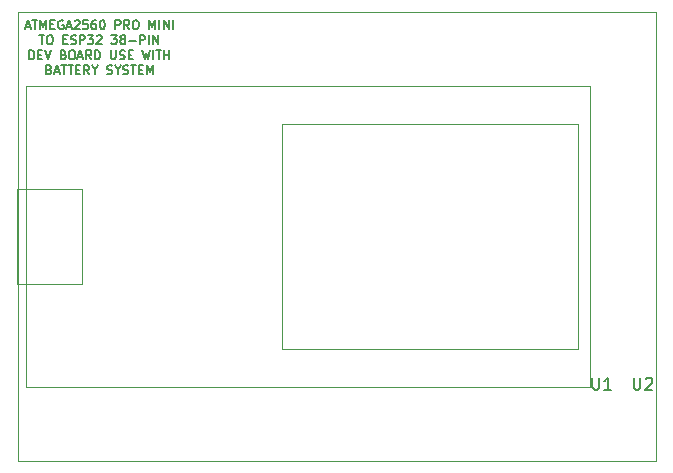
<source format=gbr>
%TF.GenerationSoftware,KiCad,Pcbnew,(5.1.6)-1*%
%TF.CreationDate,2022-06-29T11:00:19-07:00*%
%TF.ProjectId,ESP32 Adapter Board,45535033-3220-4416-9461-707465722042,rev?*%
%TF.SameCoordinates,Original*%
%TF.FileFunction,Legend,Top*%
%TF.FilePolarity,Positive*%
%FSLAX46Y46*%
G04 Gerber Fmt 4.6, Leading zero omitted, Abs format (unit mm)*
G04 Created by KiCad (PCBNEW (5.1.6)-1) date 2022-06-29 11:00:19*
%MOMM*%
%LPD*%
G01*
G04 APERTURE LIST*
%ADD10C,0.150000*%
%ADD11C,0.120000*%
G04 APERTURE END LIST*
D10*
X140250000Y-54212500D02*
X140607142Y-54212500D01*
X140178571Y-54426785D02*
X140428571Y-53676785D01*
X140678571Y-54426785D01*
X140821428Y-53676785D02*
X141250000Y-53676785D01*
X141035714Y-54426785D02*
X141035714Y-53676785D01*
X141500000Y-54426785D02*
X141500000Y-53676785D01*
X141750000Y-54212500D01*
X142000000Y-53676785D01*
X142000000Y-54426785D01*
X142357142Y-54033928D02*
X142607142Y-54033928D01*
X142714285Y-54426785D02*
X142357142Y-54426785D01*
X142357142Y-53676785D01*
X142714285Y-53676785D01*
X143428571Y-53712500D02*
X143357142Y-53676785D01*
X143250000Y-53676785D01*
X143142857Y-53712500D01*
X143071428Y-53783928D01*
X143035714Y-53855357D01*
X143000000Y-53998214D01*
X143000000Y-54105357D01*
X143035714Y-54248214D01*
X143071428Y-54319642D01*
X143142857Y-54391071D01*
X143250000Y-54426785D01*
X143321428Y-54426785D01*
X143428571Y-54391071D01*
X143464285Y-54355357D01*
X143464285Y-54105357D01*
X143321428Y-54105357D01*
X143750000Y-54212500D02*
X144107142Y-54212500D01*
X143678571Y-54426785D02*
X143928571Y-53676785D01*
X144178571Y-54426785D01*
X144392857Y-53748214D02*
X144428571Y-53712500D01*
X144500000Y-53676785D01*
X144678571Y-53676785D01*
X144750000Y-53712500D01*
X144785714Y-53748214D01*
X144821428Y-53819642D01*
X144821428Y-53891071D01*
X144785714Y-53998214D01*
X144357142Y-54426785D01*
X144821428Y-54426785D01*
X145500000Y-53676785D02*
X145142857Y-53676785D01*
X145107142Y-54033928D01*
X145142857Y-53998214D01*
X145214285Y-53962500D01*
X145392857Y-53962500D01*
X145464285Y-53998214D01*
X145500000Y-54033928D01*
X145535714Y-54105357D01*
X145535714Y-54283928D01*
X145500000Y-54355357D01*
X145464285Y-54391071D01*
X145392857Y-54426785D01*
X145214285Y-54426785D01*
X145142857Y-54391071D01*
X145107142Y-54355357D01*
X146178571Y-53676785D02*
X146035714Y-53676785D01*
X145964285Y-53712500D01*
X145928571Y-53748214D01*
X145857142Y-53855357D01*
X145821428Y-53998214D01*
X145821428Y-54283928D01*
X145857142Y-54355357D01*
X145892857Y-54391071D01*
X145964285Y-54426785D01*
X146107142Y-54426785D01*
X146178571Y-54391071D01*
X146214285Y-54355357D01*
X146250000Y-54283928D01*
X146250000Y-54105357D01*
X146214285Y-54033928D01*
X146178571Y-53998214D01*
X146107142Y-53962500D01*
X145964285Y-53962500D01*
X145892857Y-53998214D01*
X145857142Y-54033928D01*
X145821428Y-54105357D01*
X146714285Y-53676785D02*
X146785714Y-53676785D01*
X146857142Y-53712500D01*
X146892857Y-53748214D01*
X146928571Y-53819642D01*
X146964285Y-53962500D01*
X146964285Y-54141071D01*
X146928571Y-54283928D01*
X146892857Y-54355357D01*
X146857142Y-54391071D01*
X146785714Y-54426785D01*
X146714285Y-54426785D01*
X146642857Y-54391071D01*
X146607142Y-54355357D01*
X146571428Y-54283928D01*
X146535714Y-54141071D01*
X146535714Y-53962500D01*
X146571428Y-53819642D01*
X146607142Y-53748214D01*
X146642857Y-53712500D01*
X146714285Y-53676785D01*
X147857142Y-54426785D02*
X147857142Y-53676785D01*
X148142857Y-53676785D01*
X148214285Y-53712500D01*
X148250000Y-53748214D01*
X148285714Y-53819642D01*
X148285714Y-53926785D01*
X148250000Y-53998214D01*
X148214285Y-54033928D01*
X148142857Y-54069642D01*
X147857142Y-54069642D01*
X149035714Y-54426785D02*
X148785714Y-54069642D01*
X148607142Y-54426785D02*
X148607142Y-53676785D01*
X148892857Y-53676785D01*
X148964285Y-53712500D01*
X149000000Y-53748214D01*
X149035714Y-53819642D01*
X149035714Y-53926785D01*
X149000000Y-53998214D01*
X148964285Y-54033928D01*
X148892857Y-54069642D01*
X148607142Y-54069642D01*
X149500000Y-53676785D02*
X149642857Y-53676785D01*
X149714285Y-53712500D01*
X149785714Y-53783928D01*
X149821428Y-53926785D01*
X149821428Y-54176785D01*
X149785714Y-54319642D01*
X149714285Y-54391071D01*
X149642857Y-54426785D01*
X149500000Y-54426785D01*
X149428571Y-54391071D01*
X149357142Y-54319642D01*
X149321428Y-54176785D01*
X149321428Y-53926785D01*
X149357142Y-53783928D01*
X149428571Y-53712500D01*
X149500000Y-53676785D01*
X150714285Y-54426785D02*
X150714285Y-53676785D01*
X150964285Y-54212500D01*
X151214285Y-53676785D01*
X151214285Y-54426785D01*
X151571428Y-54426785D02*
X151571428Y-53676785D01*
X151928571Y-54426785D02*
X151928571Y-53676785D01*
X152357142Y-54426785D01*
X152357142Y-53676785D01*
X152714285Y-54426785D02*
X152714285Y-53676785D01*
X141410714Y-54951785D02*
X141839285Y-54951785D01*
X141625000Y-55701785D02*
X141625000Y-54951785D01*
X142232142Y-54951785D02*
X142375000Y-54951785D01*
X142446428Y-54987500D01*
X142517857Y-55058928D01*
X142553571Y-55201785D01*
X142553571Y-55451785D01*
X142517857Y-55594642D01*
X142446428Y-55666071D01*
X142375000Y-55701785D01*
X142232142Y-55701785D01*
X142160714Y-55666071D01*
X142089285Y-55594642D01*
X142053571Y-55451785D01*
X142053571Y-55201785D01*
X142089285Y-55058928D01*
X142160714Y-54987500D01*
X142232142Y-54951785D01*
X143446428Y-55308928D02*
X143696428Y-55308928D01*
X143803571Y-55701785D02*
X143446428Y-55701785D01*
X143446428Y-54951785D01*
X143803571Y-54951785D01*
X144089285Y-55666071D02*
X144196428Y-55701785D01*
X144375000Y-55701785D01*
X144446428Y-55666071D01*
X144482142Y-55630357D01*
X144517857Y-55558928D01*
X144517857Y-55487500D01*
X144482142Y-55416071D01*
X144446428Y-55380357D01*
X144375000Y-55344642D01*
X144232142Y-55308928D01*
X144160714Y-55273214D01*
X144125000Y-55237500D01*
X144089285Y-55166071D01*
X144089285Y-55094642D01*
X144125000Y-55023214D01*
X144160714Y-54987500D01*
X144232142Y-54951785D01*
X144410714Y-54951785D01*
X144517857Y-54987500D01*
X144839285Y-55701785D02*
X144839285Y-54951785D01*
X145125000Y-54951785D01*
X145196428Y-54987500D01*
X145232142Y-55023214D01*
X145267857Y-55094642D01*
X145267857Y-55201785D01*
X145232142Y-55273214D01*
X145196428Y-55308928D01*
X145125000Y-55344642D01*
X144839285Y-55344642D01*
X145517857Y-54951785D02*
X145982142Y-54951785D01*
X145732142Y-55237500D01*
X145839285Y-55237500D01*
X145910714Y-55273214D01*
X145946428Y-55308928D01*
X145982142Y-55380357D01*
X145982142Y-55558928D01*
X145946428Y-55630357D01*
X145910714Y-55666071D01*
X145839285Y-55701785D01*
X145625000Y-55701785D01*
X145553571Y-55666071D01*
X145517857Y-55630357D01*
X146267857Y-55023214D02*
X146303571Y-54987500D01*
X146375000Y-54951785D01*
X146553571Y-54951785D01*
X146625000Y-54987500D01*
X146660714Y-55023214D01*
X146696428Y-55094642D01*
X146696428Y-55166071D01*
X146660714Y-55273214D01*
X146232142Y-55701785D01*
X146696428Y-55701785D01*
X147517857Y-54951785D02*
X147982142Y-54951785D01*
X147732142Y-55237500D01*
X147839285Y-55237500D01*
X147910714Y-55273214D01*
X147946428Y-55308928D01*
X147982142Y-55380357D01*
X147982142Y-55558928D01*
X147946428Y-55630357D01*
X147910714Y-55666071D01*
X147839285Y-55701785D01*
X147625000Y-55701785D01*
X147553571Y-55666071D01*
X147517857Y-55630357D01*
X148410714Y-55273214D02*
X148339285Y-55237500D01*
X148303571Y-55201785D01*
X148267857Y-55130357D01*
X148267857Y-55094642D01*
X148303571Y-55023214D01*
X148339285Y-54987500D01*
X148410714Y-54951785D01*
X148553571Y-54951785D01*
X148625000Y-54987500D01*
X148660714Y-55023214D01*
X148696428Y-55094642D01*
X148696428Y-55130357D01*
X148660714Y-55201785D01*
X148625000Y-55237500D01*
X148553571Y-55273214D01*
X148410714Y-55273214D01*
X148339285Y-55308928D01*
X148303571Y-55344642D01*
X148267857Y-55416071D01*
X148267857Y-55558928D01*
X148303571Y-55630357D01*
X148339285Y-55666071D01*
X148410714Y-55701785D01*
X148553571Y-55701785D01*
X148625000Y-55666071D01*
X148660714Y-55630357D01*
X148696428Y-55558928D01*
X148696428Y-55416071D01*
X148660714Y-55344642D01*
X148625000Y-55308928D01*
X148553571Y-55273214D01*
X149017857Y-55416071D02*
X149589285Y-55416071D01*
X149946428Y-55701785D02*
X149946428Y-54951785D01*
X150232142Y-54951785D01*
X150303571Y-54987500D01*
X150339285Y-55023214D01*
X150375000Y-55094642D01*
X150375000Y-55201785D01*
X150339285Y-55273214D01*
X150303571Y-55308928D01*
X150232142Y-55344642D01*
X149946428Y-55344642D01*
X150696428Y-55701785D02*
X150696428Y-54951785D01*
X151053571Y-55701785D02*
X151053571Y-54951785D01*
X151482142Y-55701785D01*
X151482142Y-54951785D01*
X140571428Y-56976785D02*
X140571428Y-56226785D01*
X140750000Y-56226785D01*
X140857142Y-56262500D01*
X140928571Y-56333928D01*
X140964285Y-56405357D01*
X141000000Y-56548214D01*
X141000000Y-56655357D01*
X140964285Y-56798214D01*
X140928571Y-56869642D01*
X140857142Y-56941071D01*
X140750000Y-56976785D01*
X140571428Y-56976785D01*
X141321428Y-56583928D02*
X141571428Y-56583928D01*
X141678571Y-56976785D02*
X141321428Y-56976785D01*
X141321428Y-56226785D01*
X141678571Y-56226785D01*
X141892857Y-56226785D02*
X142142857Y-56976785D01*
X142392857Y-56226785D01*
X143464285Y-56583928D02*
X143571428Y-56619642D01*
X143607142Y-56655357D01*
X143642857Y-56726785D01*
X143642857Y-56833928D01*
X143607142Y-56905357D01*
X143571428Y-56941071D01*
X143500000Y-56976785D01*
X143214285Y-56976785D01*
X143214285Y-56226785D01*
X143464285Y-56226785D01*
X143535714Y-56262500D01*
X143571428Y-56298214D01*
X143607142Y-56369642D01*
X143607142Y-56441071D01*
X143571428Y-56512500D01*
X143535714Y-56548214D01*
X143464285Y-56583928D01*
X143214285Y-56583928D01*
X144107142Y-56226785D02*
X144250000Y-56226785D01*
X144321428Y-56262500D01*
X144392857Y-56333928D01*
X144428571Y-56476785D01*
X144428571Y-56726785D01*
X144392857Y-56869642D01*
X144321428Y-56941071D01*
X144250000Y-56976785D01*
X144107142Y-56976785D01*
X144035714Y-56941071D01*
X143964285Y-56869642D01*
X143928571Y-56726785D01*
X143928571Y-56476785D01*
X143964285Y-56333928D01*
X144035714Y-56262500D01*
X144107142Y-56226785D01*
X144714285Y-56762500D02*
X145071428Y-56762500D01*
X144642857Y-56976785D02*
X144892857Y-56226785D01*
X145142857Y-56976785D01*
X145821428Y-56976785D02*
X145571428Y-56619642D01*
X145392857Y-56976785D02*
X145392857Y-56226785D01*
X145678571Y-56226785D01*
X145750000Y-56262500D01*
X145785714Y-56298214D01*
X145821428Y-56369642D01*
X145821428Y-56476785D01*
X145785714Y-56548214D01*
X145750000Y-56583928D01*
X145678571Y-56619642D01*
X145392857Y-56619642D01*
X146142857Y-56976785D02*
X146142857Y-56226785D01*
X146321428Y-56226785D01*
X146428571Y-56262500D01*
X146500000Y-56333928D01*
X146535714Y-56405357D01*
X146571428Y-56548214D01*
X146571428Y-56655357D01*
X146535714Y-56798214D01*
X146500000Y-56869642D01*
X146428571Y-56941071D01*
X146321428Y-56976785D01*
X146142857Y-56976785D01*
X147464285Y-56226785D02*
X147464285Y-56833928D01*
X147500000Y-56905357D01*
X147535714Y-56941071D01*
X147607142Y-56976785D01*
X147750000Y-56976785D01*
X147821428Y-56941071D01*
X147857142Y-56905357D01*
X147892857Y-56833928D01*
X147892857Y-56226785D01*
X148214285Y-56941071D02*
X148321428Y-56976785D01*
X148500000Y-56976785D01*
X148571428Y-56941071D01*
X148607142Y-56905357D01*
X148642857Y-56833928D01*
X148642857Y-56762500D01*
X148607142Y-56691071D01*
X148571428Y-56655357D01*
X148500000Y-56619642D01*
X148357142Y-56583928D01*
X148285714Y-56548214D01*
X148250000Y-56512500D01*
X148214285Y-56441071D01*
X148214285Y-56369642D01*
X148250000Y-56298214D01*
X148285714Y-56262500D01*
X148357142Y-56226785D01*
X148535714Y-56226785D01*
X148642857Y-56262500D01*
X148964285Y-56583928D02*
X149214285Y-56583928D01*
X149321428Y-56976785D02*
X148964285Y-56976785D01*
X148964285Y-56226785D01*
X149321428Y-56226785D01*
X150142857Y-56226785D02*
X150321428Y-56976785D01*
X150464285Y-56441071D01*
X150607142Y-56976785D01*
X150785714Y-56226785D01*
X151071428Y-56976785D02*
X151071428Y-56226785D01*
X151321428Y-56226785D02*
X151750000Y-56226785D01*
X151535714Y-56976785D02*
X151535714Y-56226785D01*
X152000000Y-56976785D02*
X152000000Y-56226785D01*
X152000000Y-56583928D02*
X152428571Y-56583928D01*
X152428571Y-56976785D02*
X152428571Y-56226785D01*
X142250000Y-57858928D02*
X142357142Y-57894642D01*
X142392857Y-57930357D01*
X142428571Y-58001785D01*
X142428571Y-58108928D01*
X142392857Y-58180357D01*
X142357142Y-58216071D01*
X142285714Y-58251785D01*
X142000000Y-58251785D01*
X142000000Y-57501785D01*
X142250000Y-57501785D01*
X142321428Y-57537500D01*
X142357142Y-57573214D01*
X142392857Y-57644642D01*
X142392857Y-57716071D01*
X142357142Y-57787500D01*
X142321428Y-57823214D01*
X142250000Y-57858928D01*
X142000000Y-57858928D01*
X142714285Y-58037500D02*
X143071428Y-58037500D01*
X142642857Y-58251785D02*
X142892857Y-57501785D01*
X143142857Y-58251785D01*
X143285714Y-57501785D02*
X143714285Y-57501785D01*
X143500000Y-58251785D02*
X143500000Y-57501785D01*
X143857142Y-57501785D02*
X144285714Y-57501785D01*
X144071428Y-58251785D02*
X144071428Y-57501785D01*
X144535714Y-57858928D02*
X144785714Y-57858928D01*
X144892857Y-58251785D02*
X144535714Y-58251785D01*
X144535714Y-57501785D01*
X144892857Y-57501785D01*
X145642857Y-58251785D02*
X145392857Y-57894642D01*
X145214285Y-58251785D02*
X145214285Y-57501785D01*
X145500000Y-57501785D01*
X145571428Y-57537500D01*
X145607142Y-57573214D01*
X145642857Y-57644642D01*
X145642857Y-57751785D01*
X145607142Y-57823214D01*
X145571428Y-57858928D01*
X145500000Y-57894642D01*
X145214285Y-57894642D01*
X146107142Y-57894642D02*
X146107142Y-58251785D01*
X145857142Y-57501785D02*
X146107142Y-57894642D01*
X146357142Y-57501785D01*
X147142857Y-58216071D02*
X147250000Y-58251785D01*
X147428571Y-58251785D01*
X147500000Y-58216071D01*
X147535714Y-58180357D01*
X147571428Y-58108928D01*
X147571428Y-58037500D01*
X147535714Y-57966071D01*
X147500000Y-57930357D01*
X147428571Y-57894642D01*
X147285714Y-57858928D01*
X147214285Y-57823214D01*
X147178571Y-57787500D01*
X147142857Y-57716071D01*
X147142857Y-57644642D01*
X147178571Y-57573214D01*
X147214285Y-57537500D01*
X147285714Y-57501785D01*
X147464285Y-57501785D01*
X147571428Y-57537500D01*
X148035714Y-57894642D02*
X148035714Y-58251785D01*
X147785714Y-57501785D02*
X148035714Y-57894642D01*
X148285714Y-57501785D01*
X148500000Y-58216071D02*
X148607142Y-58251785D01*
X148785714Y-58251785D01*
X148857142Y-58216071D01*
X148892857Y-58180357D01*
X148928571Y-58108928D01*
X148928571Y-58037500D01*
X148892857Y-57966071D01*
X148857142Y-57930357D01*
X148785714Y-57894642D01*
X148642857Y-57858928D01*
X148571428Y-57823214D01*
X148535714Y-57787500D01*
X148500000Y-57716071D01*
X148500000Y-57644642D01*
X148535714Y-57573214D01*
X148571428Y-57537500D01*
X148642857Y-57501785D01*
X148821428Y-57501785D01*
X148928571Y-57537500D01*
X149142857Y-57501785D02*
X149571428Y-57501785D01*
X149357142Y-58251785D02*
X149357142Y-57501785D01*
X149821428Y-57858928D02*
X150071428Y-57858928D01*
X150178571Y-58251785D02*
X149821428Y-58251785D01*
X149821428Y-57501785D01*
X150178571Y-57501785D01*
X150500000Y-58251785D02*
X150500000Y-57501785D01*
X150750000Y-58037500D01*
X151000000Y-57501785D01*
X151000000Y-58251785D01*
D11*
%TO.C,U1*%
X139500000Y-68000000D02*
X139500000Y-76000000D01*
X145000000Y-68000000D02*
X139500000Y-68000000D01*
X145000000Y-76000000D02*
X145000000Y-68000000D01*
X139500000Y-76000000D02*
X145000000Y-76000000D01*
X187000000Y-81500000D02*
X187000000Y-62500000D01*
X162000000Y-81500000D02*
X187000000Y-81500000D01*
X162000000Y-62500000D02*
X162000000Y-81500000D01*
X187000000Y-62500000D02*
X162000000Y-62500000D01*
X188000000Y-84750000D02*
X188000000Y-59250000D01*
X140250000Y-84750000D02*
X188000000Y-84750000D01*
X140250000Y-59250000D02*
X140250000Y-84750000D01*
X188000000Y-59250000D02*
X140250000Y-59250000D01*
%TO.C,U2*%
X139629999Y-91000000D02*
X139629999Y-53000000D01*
X193629999Y-91000000D02*
X139629999Y-91000000D01*
X193629999Y-53000000D02*
X193629999Y-91000000D01*
X139629999Y-53000000D02*
X193629999Y-53000000D01*
%TO.C,U1*%
D10*
X188238095Y-83952380D02*
X188238095Y-84761904D01*
X188285714Y-84857142D01*
X188333333Y-84904761D01*
X188428571Y-84952380D01*
X188619047Y-84952380D01*
X188714285Y-84904761D01*
X188761904Y-84857142D01*
X188809523Y-84761904D01*
X188809523Y-83952380D01*
X189809523Y-84952380D02*
X189238095Y-84952380D01*
X189523809Y-84952380D02*
X189523809Y-83952380D01*
X189428571Y-84095238D01*
X189333333Y-84190476D01*
X189238095Y-84238095D01*
%TO.C,U2*%
X191738095Y-83952380D02*
X191738095Y-84761904D01*
X191785714Y-84857142D01*
X191833333Y-84904761D01*
X191928571Y-84952380D01*
X192119047Y-84952380D01*
X192214285Y-84904761D01*
X192261904Y-84857142D01*
X192309523Y-84761904D01*
X192309523Y-83952380D01*
X192738095Y-84047619D02*
X192785714Y-84000000D01*
X192880952Y-83952380D01*
X193119047Y-83952380D01*
X193214285Y-84000000D01*
X193261904Y-84047619D01*
X193309523Y-84142857D01*
X193309523Y-84238095D01*
X193261904Y-84380952D01*
X192690476Y-84952380D01*
X193309523Y-84952380D01*
%TD*%
M02*

</source>
